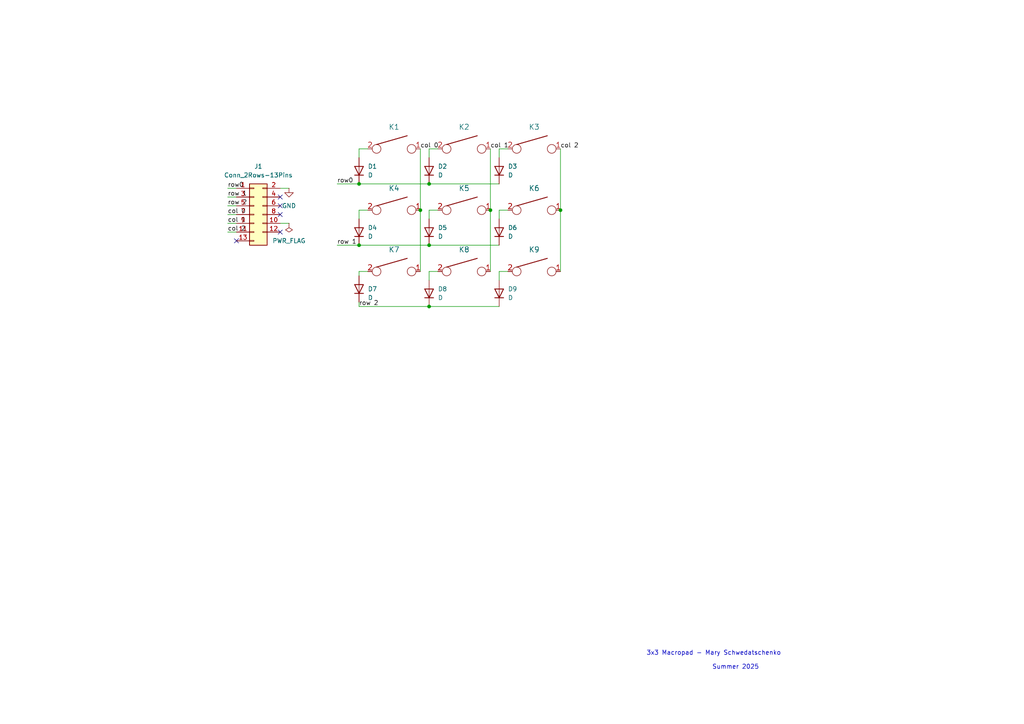
<source format=kicad_sch>
(kicad_sch (version 20231120) (generator "eeschema") (generator_version "8.0")
  (paper "A4")
  (lib_symbols
    (symbol "Connector_Generic:Conn_2Rows-13Pins" (pin_names (offset 1.016) hide)
      (property "Reference" "J" (at 1.27 10.16 0))
      (property "Value" "Conn_2Rows-13Pins" (at 1.27 -10.16 0))
      (symbol "Conn_2Rows-13Pins_1_1"
        (rectangle (start -1.27 -7.493) (end 0 -7.747) (stroke (width 0.1524)))
        (rectangle (start -1.27 -4.953) (end 0 -5.207) (stroke (width 0.1524)))
        (rectangle (start -1.27 -2.413) (end 0 -2.667) (stroke (width 0.1524)))
        (rectangle (start -1.27 0.127) (end 0 -0.127) (stroke (width 0.1524)))
        (rectangle (start -1.27 2.667) (end 0 2.413) (stroke (width 0.1524)))
        (rectangle (start -1.27 5.207) (end 0 4.953) (stroke (width 0.1524)))
        (rectangle (start -1.27 7.747) (end 0 7.493) (stroke (width 0.1524)))
        (rectangle (start -1.27 8.89) (end 3.81 -8.89) (stroke (width 0.254)) (fill (type background)))
        (rectangle (start 3.81 -4.953) (end 2.54 -5.207) (stroke (width 0.1524)))
        (rectangle (start 3.81 -2.413) (end 2.54 -2.667) (stroke (width 0.1524)))
        (rectangle (start 3.81 0.127) (end 2.54 -0.127) (stroke (width 0.1524)))
        (rectangle (start 3.81 2.667) (end 2.54 2.413) (stroke (width 0.1524)))
        (rectangle (start 3.81 5.207) (end 2.54 4.953) (stroke (width 0.1524)))
        (rectangle (start 3.81 7.747) (end 2.54 7.493) (stroke (width 0.1524)))
        (pin passive line (at -5.08 7.62 0) (length 3.81) (name "Pin_1") (number "1"))
        (pin passive line (at 7.62 -2.54 180) (length 3.81) (name "Pin_10") (number "10"))
        (pin passive line (at -5.08 -5.08 0) (length 3.81) (name "Pin_11") (number "11"))
        (pin passive line (at 7.62 -5.08 180) (length 3.81) (name "Pin_12") (number "12"))
        (pin passive line (at -5.08 -7.62 0) (length 3.81) (name "Pin_13") (number "13"))
        (pin passive line (at 7.62 7.62 180) (length 3.81) (name "Pin_2") (number "2"))
        (pin passive line (at -5.08 5.08 0) (length 3.81) (name "Pin_3") (number "3"))
        (pin passive line (at 7.62 5.08 180) (length 3.81) (name "Pin_4") (number "4"))
        (pin passive line (at -5.08 2.54 0) (length 3.81) (name "Pin_5") (number "5"))
        (pin passive line (at 7.62 2.54 180) (length 3.81) (name "Pin_6") (number "6"))
        (pin passive line (at -5.08 0 0) (length 3.81) (name "Pin_7") (number "7"))
        (pin passive line (at 7.62 0 180) (length 3.81) (name "Pin_8") (number "8"))
        (pin passive line (at -5.08 -2.54 0) (length 3.81) (name "Pin_9") (number "9"))
      )
    )
    (symbol "Device:D" (pin_numbers hide) (pin_names (offset 1.016) hide)
      (property "Reference" "D" (at 0 2.54 0))
      (property "Value" "D" (at 0 -2.54 0))
      (symbol "D_0_1"
        (polyline (pts (xy -1.27 1.27) (xy -1.27 -1.27)) (stroke (width 0.254)))
        (polyline (pts (xy 1.27 0) (xy -1.27 0)))
        (polyline (pts (xy 1.27 1.27) (xy 1.27 -1.27) (xy -1.27 0) (xy 1.27 1.27)) (stroke (width 0.254)))
      )
      (symbol "D_1_1"
        (pin passive line (at -3.81 0 0) (length 2.54) (name "K") (number "1"))
        (pin passive line (at 3.81 0 180) (length 2.54) (name "A") (number "2"))
      )
    )
    (symbol "keyboard_parts:KEYSW" (pin_names (offset 1.016))
      (property "Reference" "K?" (at -1.27 0 0))
      (symbol "KEYSW_0_1"
        (circle (center -5.08 0) (radius 1.27))
        (polyline (pts (xy -5.08 1.27) (xy 3.81 3.81)) (stroke (width 0.254)))
        (circle (center 5.08 0) (radius 1.27))
      )
      (symbol "KEYSW_1_1"
        (pin passive line (at 7.62 0 180) (length 1.27) (name "~") (number "1"))
        (pin passive line (at -7.62 0 0) (length 1.27) (name "~") (number "2"))
      )
    )
    (symbol "power:GND" (power) (pin_numbers hide) (pin_names (offset 0) hide)
      (property "Value" "GND" (at 0 -3.81 0))
      (symbol "GND_0_1"
        (polyline (pts (xy 0 0) (xy 0 -1.27) (xy 1.27 -1.27) (xy 0 -2.54) (xy -1.27 -1.27) (xy 0 -1.27)))
      )
      (symbol "GND_1_1"
        (pin power_in line (at 0 0 270) (length 0) (name "~") (number "1"))
      )
    )
    (symbol "power:PWR_FLAG" (power) (pin_numbers hide) (pin_names (offset 0) hide)
      (property "Value" "PWR_FLAG" (at 0 3.81 0))
      (symbol "PWR_FLAG_0_0"
        (pin power_out line (at 0 0 90) (length 0) (name "~") (number "1"))
      )
      (symbol "PWR_FLAG_0_1"
        (polyline (pts (xy 0 0) (xy 0 1.27) (xy -1.016 1.905) (xy 0 2.54) (xy 1.016 1.905) (xy 0 1.27)))
      )
    )
  )
  (junction (at 162.56 60.96))
  (junction (at 124.46 88.9))
  (junction (at 124.46 53.34))
  (junction (at 104.14 53.34))
  (junction (at 124.46 71.12))
  (junction (at 142.24 60.96))
  (junction (at 104.14 71.12))
  (junction (at 121.92 60.96))
  (no_connect (at 81.28 59.69))
  (no_connect (at 81.28 67.31))
  (no_connect (at 81.28 62.23))
  (no_connect (at 81.28 57.15))
  (no_connect (at 68.58 69.85))
  (wire (pts (xy 104.14 53.34) (xy 124.46 53.34)))
  (wire (pts (xy 124.46 53.34) (xy 144.78 53.34)))
  (wire (pts (xy 66.04 54.61) (xy 68.58 54.61)))
  (wire (pts (xy 121.92 43.18) (xy 121.92 60.96)))
  (wire (pts (xy 147.32 43.18) (xy 144.78 43.18)))
  (wire (pts (xy 106.68 43.18) (xy 104.14 43.18)))
  (wire (pts (xy 124.46 60.96) (xy 124.46 63.5)))
  (wire (pts (xy 124.46 60.96) (xy 127 60.96)))
  (wire (pts (xy 124.46 71.12) (xy 144.78 71.12)))
  (wire (pts (xy 162.56 60.96) (xy 162.56 78.74)))
  (wire (pts (xy 142.24 43.18) (xy 142.24 60.96)))
  (wire (pts (xy 66.04 62.23) (xy 68.58 62.23)))
  (wire (pts (xy 144.78 78.74) (xy 144.78 81.28)))
  (wire (pts (xy 127 78.74) (xy 124.46 78.74)))
  (wire (pts (xy 147.32 78.74) (xy 144.78 78.74)))
  (wire (pts (xy 124.46 78.74) (xy 124.46 81.28)))
  (wire (pts (xy 106.68 78.74) (xy 104.14 78.74)))
  (wire (pts (xy 97.79 71.12) (xy 104.14 71.12)))
  (wire (pts (xy 106.68 60.96) (xy 104.14 60.96)))
  (wire (pts (xy 104.14 78.74) (xy 104.14 80.01)))
  (wire (pts (xy 66.04 64.77) (xy 68.58 64.77)))
  (wire (pts (xy 97.79 53.34) (xy 104.14 53.34)))
  (wire (pts (xy 124.46 43.18) (xy 124.46 45.72)))
  (wire (pts (xy 124.46 88.9) (xy 144.78 88.9)))
  (wire (pts (xy 121.92 60.96) (xy 121.92 78.74)))
  (wire (pts (xy 144.78 43.18) (xy 144.78 45.72)))
  (wire (pts (xy 104.14 88.9) (xy 124.46 88.9)))
  (wire (pts (xy 162.56 43.18) (xy 162.56 60.96)))
  (wire (pts (xy 66.04 67.31) (xy 68.58 67.31)))
  (wire (pts (xy 104.14 43.18) (xy 104.14 45.72)))
  (wire (pts (xy 147.32 60.96) (xy 144.78 60.96)))
  (wire (pts (xy 127 43.18) (xy 124.46 43.18)))
  (wire (pts (xy 66.04 57.15) (xy 68.58 57.15)))
  (wire (pts (xy 66.04 59.69) (xy 68.58 59.69)))
  (wire (pts (xy 81.28 64.77) (xy 83.82 64.77)))
  (wire (pts (xy 81.28 54.61) (xy 83.82 54.61)))
  (wire (pts (xy 104.14 88.9) (xy 104.14 87.63)))
  (wire (pts (xy 104.14 60.96) (xy 104.14 63.5)))
  (wire (pts (xy 142.24 60.96) (xy 142.24 78.74)))
  (wire (pts (xy 104.14 71.12) (xy 124.46 71.12)))
  (wire (pts (xy 144.78 60.96) (xy 144.78 63.5)))
  (text "Summer 2025" (at 213.36 193.548 0) (effects (font (size 1.27 1.27))))
  (text "3x3 Macropad - Mary Schwedatschenko" (exclude_from_sim yes) (at 207.01 189.484 0) (effects (font (size 1.27 1.27))))
  (label "row0" (at 66.04 54.61 0))
  (label "col 0" (at 121.92 43.18 0))
  (label "col 2" (at 162.56 43.18 0))
  (label "row 1" (at 97.79 71.12 0))
  (label "col 1" (at 66.04 64.77 0))
  (label "row0" (at 97.79 53.34 0))
  (label "row 1" (at 66.04 57.15 0))
  (label "row 2" (at 66.04 59.69 0))
  (label "row 2" (at 104.14 88.9 0))
  (label "col 1" (at 142.24 43.18 0))
  (label "col 2" (at 66.04 67.31 0))
  (label "col 0" (at 66.04 62.23 0))
  (symbol (lib_id "Device:D") (at 104.14 83.82 90) (unit 1)
    (property "Reference" "D7" (at 106.68 83.8199 90) (effects (justify right)))
    (property "Value" "D" (at 106.68 86.3599 90) (effects (justify right)))
    (property "Footprint" "Diode_THT:D_DO-35_SOD27_P5.08mm_Vertical_AnodeUp" (effects (hide yes)))
    (property "Description" "Diode" (effects (hide yes)))
    (property "Sim.Device" "D" (effects (hide yes)))
    (property "Sim.Pins" "1=K 2=A" (effects (hide yes)))
  )
  (symbol (lib_id "keyboard_parts:KEYSW") (at 154.94 78.74 0) (unit 1)
    (property "Reference" "K9" (at 154.94 72.39 0) (effects (font (size 1.524 1.524))))
    (property "Value" "KEYSW" (effects (hide yes)))
    (property "Footprint" "Button_Switch_Keyboard:SW_Cherry_MX_1.00u_PCB" (effects (hide yes)))
  )
  (symbol (lib_id "power:PWR_FLAG") (at 83.82 64.77 180) (unit 1)
    (property "Reference" "#FLG02" (effects (hide yes)))
    (property "Value" "PWR_FLAG" (at 83.82 69.85 0))
    (property "Description" "Special symbol for telling ERC where power comes from" (effects (hide yes)))
  )
  (symbol (lib_id "keyboard_parts:KEYSW") (at 114.3 60.96 0) (unit 1)
    (property "Reference" "K4" (at 114.3 54.61 0) (effects (font (size 1.524 1.524))))
    (property "Value" "KEYSW" (effects (hide yes)))
    (property "Footprint" "Button_Switch_Keyboard:SW_Cherry_MX_1.00u_PCB" (effects (hide yes)))
  )
  (symbol (lib_id "keyboard_parts:KEYSW") (at 114.3 78.74 0) (unit 1)
    (property "Reference" "K7" (at 114.3 72.39 0) (effects (font (size 1.524 1.524))))
    (property "Value" "KEYSW" (effects (hide yes)))
    (property "Footprint" "Button_Switch_Keyboard:SW_Cherry_MX_1.00u_PCB" (effects (hide yes)))
  )
  (symbol (lib_id "power:GND") (at 83.82 54.61 0) (unit 1)
    (property "Reference" "#PWR04" (effects (hide yes)))
    (property "Value" "GND" (at 83.82 59.69 0))
    (property "Description" "Power symbol creates a global label with name \"GND\" , ground" (effects (hide yes)))
  )
  (symbol (lib_id "keyboard_parts:KEYSW") (at 134.62 78.74 0) (unit 1)
    (property "Reference" "K8" (at 134.62 72.39 0) (effects (font (size 1.524 1.524))))
    (property "Value" "KEYSW" (effects (hide yes)))
    (property "Footprint" "Button_Switch_Keyboard:SW_Cherry_MX_1.00u_PCB" (effects (hide yes)))
  )
  (symbol (lib_id "Device:D") (at 124.46 67.31 90) (unit 1)
    (property "Reference" "D5" (at 127 66.0399 90) (effects (justify right)))
    (property "Value" "D" (at 127 68.5799 90) (effects (justify right)))
    (property "Footprint" "Diode_THT:D_DO-35_SOD27_P5.08mm_Vertical_AnodeUp" (effects (hide yes)))
    (property "Description" "Diode" (effects (hide yes)))
    (property "Sim.Device" "D" (effects (hide yes)))
    (property "Sim.Pins" "1=K 2=A" (effects (hide yes)))
  )
  (symbol (lib_id "Device:D") (at 144.78 49.53 90) (unit 1)
    (property "Reference" "D3" (at 147.32 48.2599 90) (effects (justify right)))
    (property "Value" "D" (at 147.32 50.7999 90) (effects (justify right)))
    (property "Footprint" "Diode_THT:D_DO-35_SOD27_P5.08mm_Vertical_AnodeUp" (effects (hide yes)))
    (property "Description" "Diode" (effects (hide yes)))
    (property "Sim.Device" "D" (effects (hide yes)))
    (property "Sim.Pins" "1=K 2=A" (effects (hide yes)))
  )
  (symbol (lib_id "Device:D") (at 104.14 67.31 90) (unit 1)
    (property "Reference" "D4" (at 106.68 66.0399 90) (effects (justify right)))
    (property "Value" "D" (at 106.68 68.5799 90) (effects (justify right)))
    (property "Footprint" "Diode_THT:D_DO-35_SOD27_P5.08mm_Vertical_AnodeUp" (effects (hide yes)))
    (property "Description" "Diode" (effects (hide yes)))
    (property "Sim.Device" "D" (effects (hide yes)))
    (property "Sim.Pins" "1=K 2=A" (effects (hide yes)))
  )
  (symbol (lib_id "Device:D") (at 124.46 49.53 90) (unit 1)
    (property "Reference" "D2" (at 127 48.2599 90) (effects (justify right)))
    (property "Value" "D" (at 127 50.7999 90) (effects (justify right)))
    (property "Footprint" "Diode_THT:D_DO-35_SOD27_P5.08mm_Vertical_AnodeUp" (effects (hide yes)))
    (property "Description" "Diode" (effects (hide yes)))
    (property "Sim.Device" "D" (effects (hide yes)))
    (property "Sim.Pins" "1=K 2=A" (effects (hide yes)))
  )
  (symbol (lib_id "Device:D") (at 144.78 67.31 90) (unit 1)
    (property "Reference" "D6" (at 147.32 66.0399 90) (effects (justify right)))
    (property "Value" "D" (at 147.32 68.5799 90) (effects (justify right)))
    (property "Footprint" "Diode_THT:D_DO-35_SOD27_P5.08mm_Vertical_AnodeUp" (effects (hide yes)))
    (property "Description" "Diode" (effects (hide yes)))
    (property "Sim.Device" "D" (effects (hide yes)))
    (property "Sim.Pins" "1=K 2=A" (effects (hide yes)))
  )
  (symbol (lib_id "keyboard_parts:KEYSW") (at 134.62 60.96 0) (unit 1)
    (property "Reference" "K5" (at 134.62 54.61 0) (effects (font (size 1.524 1.524))))
    (property "Value" "KEYSW" (effects (hide yes)))
    (property "Footprint" "Button_Switch_Keyboard:SW_Cherry_MX_1.00u_PCB" (effects (hide yes)))
  )
  (symbol (lib_id "Connector_Generic:Conn_2Rows-13Pins") (at 73.66 62.23 0) (unit 1)
    (property "Reference" "J1" (at 74.93 48.26 0))
    (property "Value" "Conn_2Rows-13Pins" (at 74.93 50.8 0))
    (property "Description" "Generic connector, double row, 13 pins, odd/even pin numbering scheme (row 1 odd numbers, row 2 even numbers), script generated (kicad-library-utils/schlib/autogen/connector/)" (effects (hide yes)))
  )
  (symbol (lib_id "keyboard_parts:KEYSW") (at 114.3 43.18 0) (unit 1)
    (property "Reference" "K1" (at 114.3 36.83 0) (effects (font (size 1.524 1.524))))
    (property "Value" "KEYSW" (effects (hide yes)))
    (property "Footprint" "Button_Switch_Keyboard:SW_Cherry_MX_1.00u_PCB" (effects (hide yes)))
  )
  (symbol (lib_id "keyboard_parts:KEYSW") (at 154.94 60.96 0) (unit 1)
    (property "Reference" "K6" (at 154.94 54.61 0) (effects (font (size 1.524 1.524))))
    (property "Value" "KEYSW" (effects (hide yes)))
    (property "Footprint" "Button_Switch_Keyboard:SW_Cherry_MX_1.00u_PCB" (effects (hide yes)))
  )
  (symbol (lib_id "Device:D") (at 124.46 85.09 90) (unit 1)
    (property "Reference" "D8" (at 127 83.8199 90) (effects (justify right)))
    (property "Value" "D" (at 127 86.3599 90) (effects (justify right)))
    (property "Footprint" "Diode_THT:D_DO-35_SOD27_P5.08mm_Vertical_AnodeUp" (effects (hide yes)))
    (property "Description" "Diode" (effects (hide yes)))
    (property "Sim.Device" "D" (effects (hide yes)))
    (property "Sim.Pins" "1=K 2=A" (effects (hide yes)))
  )
  (symbol (lib_id "keyboard_parts:KEYSW") (at 154.94 43.18 0) (unit 1)
    (property "Reference" "K3" (at 154.94 36.83 0) (effects (font (size 1.524 1.524))))
    (property "Value" "KEYSW" (effects (hide yes)))
    (property "Footprint" "Button_Switch_Keyboard:SW_Cherry_MX_1.00u_PCB" (effects (hide yes)))
  )
  (symbol (lib_id "Device:D") (at 104.14 49.53 90) (unit 1)
    (property "Reference" "D1" (at 106.68 48.2599 90) (effects (justify right)))
    (property "Value" "D" (at 106.68 50.7999 90) (effects (justify right)))
    (property "Footprint" "Diode_THT:D_DO-35_SOD27_P5.08mm_Vertical_AnodeUp" (effects (hide yes)))
    (property "Description" "Diode" (effects (hide yes)))
    (property "Sim.Device" "D" (effects (hide yes)))
    (property "Sim.Pins" "1=K 2=A" (effects (hide yes)))
  )
  (symbol (lib_id "Device:D") (at 144.78 85.09 90) (unit 1)
    (property "Reference" "D9" (at 147.32 83.8199 90) (effects (justify right)))
    (property "Value" "D" (at 147.32 86.3599 90) (effects (justify right)))
    (property "Footprint" "Diode_THT:D_DO-35_SOD27_P5.08mm_Vertical_AnodeUp" (effects (hide yes)))
    (property "Description" "Diode" (effects (hide yes)))
    (property "Sim.Device" "D" (effects (hide yes)))
    (property "Sim.Pins" "1=K 2=A" (effects (hide yes)))
  )
  (symbol (lib_id "keyboard_parts:KEYSW") (at 134.62 43.18 0) (unit 1)
    (property "Reference" "K2" (at 134.62 36.83 0) (effects (font (size 1.524 1.524))))
    (property "Value" "KEYSW" (effects (hide yes)))
    (property "Footprint" "Button_Switch_Keyboard:SW_Cherry_MX_1.00u_PCB" (effects (hide yes)))
  )
)
</source>
